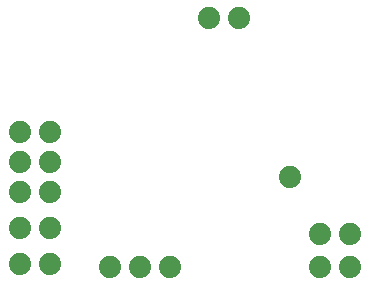
<source format=gbs>
G04 (created by PCBNEW (2013-jul-07)-stable) date Fri 27 Jan 2017 11:51:30 PM EST*
%MOIN*%
G04 Gerber Fmt 3.4, Leading zero omitted, Abs format*
%FSLAX34Y34*%
G01*
G70*
G90*
G04 APERTURE LIST*
%ADD10C,0.00590551*%
%ADD11C,0.074*%
G04 APERTURE END LIST*
G54D10*
G54D11*
X8800Y-9100D03*
X9800Y-9100D03*
X8800Y-10100D03*
X9800Y-10100D03*
X8800Y-11100D03*
X9800Y-11100D03*
X15100Y-5300D03*
X16100Y-5300D03*
X9800Y-12300D03*
X8800Y-12300D03*
X8800Y-13500D03*
X9800Y-13500D03*
X13800Y-13600D03*
X12800Y-13600D03*
X11800Y-13600D03*
X18800Y-13600D03*
X19800Y-13600D03*
X19800Y-12500D03*
X18800Y-12500D03*
X17800Y-10600D03*
M02*

</source>
